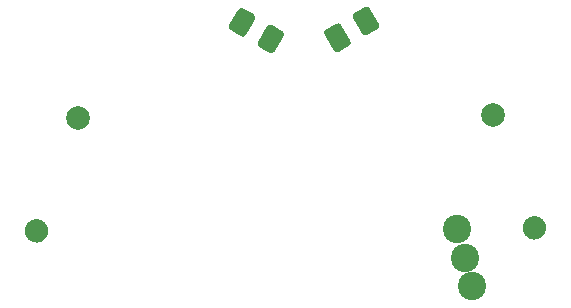
<source format=gbr>
%TF.GenerationSoftware,KiCad,Pcbnew,5.1.10*%
%TF.CreationDate,2021-09-11T14:13:10+02:00*%
%TF.ProjectId,seegeist,73656567-6569-4737-942e-6b696361645f,rev?*%
%TF.SameCoordinates,Original*%
%TF.FileFunction,Soldermask,Top*%
%TF.FilePolarity,Negative*%
%FSLAX46Y46*%
G04 Gerber Fmt 4.6, Leading zero omitted, Abs format (unit mm)*
G04 Created by KiCad (PCBNEW 5.1.10) date 2021-09-11 14:13:10*
%MOMM*%
%LPD*%
G01*
G04 APERTURE LIST*
%ADD10C,2.000000*%
%ADD11C,2.400000*%
G04 APERTURE END LIST*
%TO.C,*%
G36*
G01*
X51440007Y-30906711D02*
X52185007Y-32197089D01*
G75*
G02*
X52064219Y-32647877I-285788J-165000D01*
G01*
X51206853Y-33142877D01*
G75*
G02*
X50756065Y-33022089I-165000J285788D01*
G01*
X50011065Y-31731711D01*
G75*
G02*
X50131853Y-31280923I285788J165000D01*
G01*
X50989219Y-30785923D01*
G75*
G02*
X51440007Y-30906711I165000J-285788D01*
G01*
G37*
G36*
G01*
X49015135Y-32306711D02*
X49760135Y-33597089D01*
G75*
G02*
X49639347Y-34047877I-285788J-165000D01*
G01*
X48781981Y-34542877D01*
G75*
G02*
X48331193Y-34422089I-165000J285788D01*
G01*
X47586193Y-33131711D01*
G75*
G02*
X47706981Y-32680923I285788J165000D01*
G01*
X48564347Y-32185923D01*
G75*
G02*
X49015135Y-32306711I165000J-285788D01*
G01*
G37*
%TD*%
%TO.C,*%
G36*
G01*
X41940629Y-33709889D02*
X42685629Y-32419511D01*
G75*
G02*
X43136417Y-32298723I285788J-165000D01*
G01*
X43993783Y-32793723D01*
G75*
G02*
X44114571Y-33244511I-165000J-285788D01*
G01*
X43369571Y-34534889D01*
G75*
G02*
X42918783Y-34655677I-285788J165000D01*
G01*
X42061417Y-34160677D01*
G75*
G02*
X41940629Y-33709889I165000J285788D01*
G01*
G37*
G36*
G01*
X39515757Y-32309889D02*
X40260757Y-31019511D01*
G75*
G02*
X40711545Y-30898723I285788J-165000D01*
G01*
X41568911Y-31393723D01*
G75*
G02*
X41689699Y-31844511I-165000J-285788D01*
G01*
X40944699Y-33134889D01*
G75*
G02*
X40493911Y-33255677I-285788J165000D01*
G01*
X39636545Y-32760677D01*
G75*
G02*
X39515757Y-32309889I165000J285788D01*
G01*
G37*
%TD*%
D10*
%TO.C,R1*%
X26670000Y-40182800D03*
G36*
G01*
X23537095Y-48790384D02*
X23537095Y-48790384D01*
G75*
G02*
X24134768Y-50072097I-342020J-939693D01*
G01*
X24134768Y-50072097D01*
G75*
G02*
X22853055Y-50669770I-939693J342020D01*
G01*
X22853055Y-50669770D01*
G75*
G02*
X22255382Y-49388057I342020J939693D01*
G01*
X22255382Y-49388057D01*
G75*
G02*
X23537095Y-48790384I939693J-342020D01*
G01*
G37*
%TD*%
%TO.C,R2*%
G36*
G01*
X65007305Y-48536384D02*
X65007305Y-48536384D01*
G75*
G02*
X66289018Y-49134057I342020J-939693D01*
G01*
X66289018Y-49134057D01*
G75*
G02*
X65691345Y-50415770I-939693J-342020D01*
G01*
X65691345Y-50415770D01*
G75*
G02*
X64409632Y-49818097I-342020J939693D01*
G01*
X64409632Y-49818097D01*
G75*
G02*
X65007305Y-48536384I939693J342020D01*
G01*
G37*
X61874400Y-39928800D03*
%TD*%
D11*
%TO.C,SW1*%
X60090401Y-54436903D03*
X59433000Y-51983452D03*
X58775600Y-49530000D03*
%TD*%
M02*

</source>
